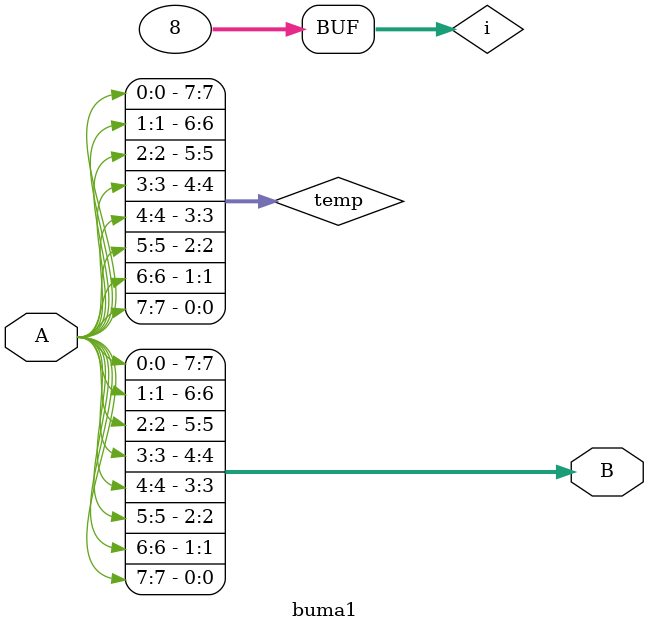
<source format=v>
`timescale 1ns / 1ps
module buma1(
	input [7:0] A,
	output [7:0] B
    );
	reg [7:0] temp=0;
	assign B=temp;
	integer i;
	always @* begin
		for(i=0;i<8;i=i+1) begin
			temp[i]=A[7-i];
		end
	end


endmodule

</source>
